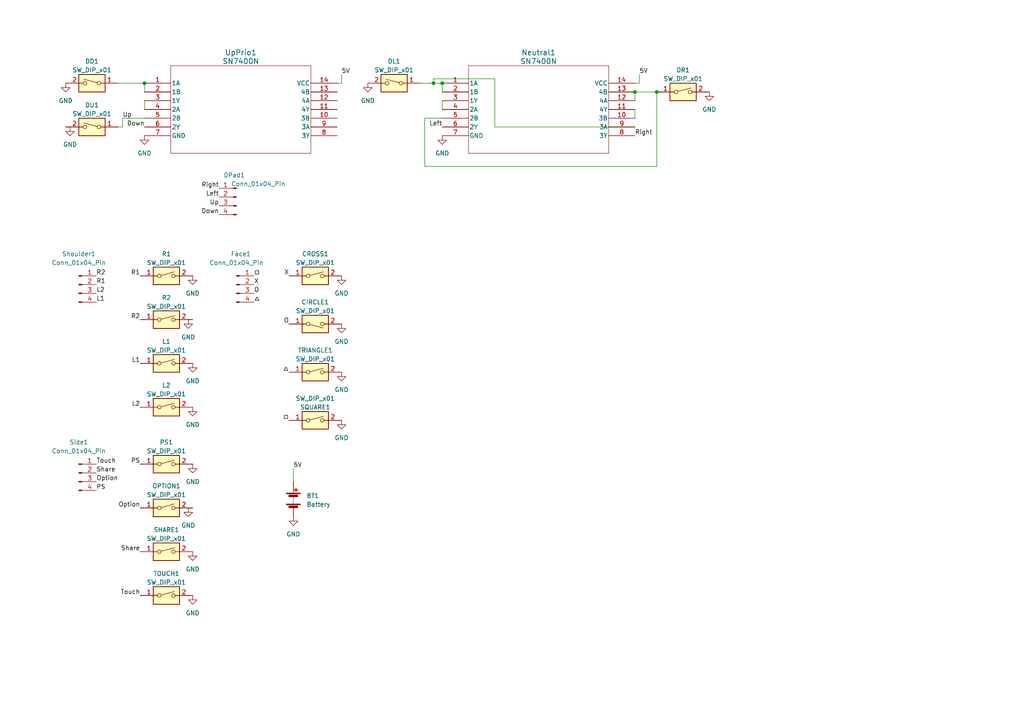
<source format=kicad_sch>
(kicad_sch (version 20230121) (generator eeschema)
  (paper "A4")
  (lib_symbols
    (symbol "2023-06-08_19-18-01:SN7400N" (pin_names (offset 0.254))
      (property "Reference" "U" (at 27.94 10.16 0))
      (property "Value" "SN7400N" (at 27.94 7.62 0))
      (symbol "SN7400N_0_1"
        (polyline (pts (xy 7.62 -20.32) (xy 48.26 -20.32)) (stroke (width 0.127)))
        (polyline (pts (xy 7.62 5.08) (xy 7.62 -20.32)) (stroke (width 0.127)))
        (polyline (pts (xy 48.26 -20.32) (xy 48.26 5.08)) (stroke (width 0.127)))
        (polyline (pts (xy 48.26 5.08) (xy 7.62 5.08)) (stroke (width 0.127)))
        (pin input line (at 0 0 0) (length 7.62) (name "1A") (number "1"))
        (pin input line (at 55.88 -10.16 180) (length 7.62) (name "3B") (number "10"))
        (pin output line (at 55.88 -7.62 180) (length 7.62) (name "4Y") (number "11"))
        (pin input line (at 55.88 -5.08 180) (length 7.62) (name "4A") (number "12"))
        (pin input line (at 55.88 -2.54 180) (length 7.62) (name "4B") (number "13"))
        (pin power_in line (at 55.88 0 180) (length 7.62) (name "VCC") (number "14"))
        (pin input line (at 0 -2.54 0) (length 7.62) (name "1B") (number "2"))
        (pin output line (at 0 -5.08 0) (length 7.62) (name "1Y") (number "3"))
        (pin input line (at 0 -7.62 0) (length 7.62) (name "2A") (number "4"))
        (pin input line (at 0 -10.16 0) (length 7.62) (name "2B") (number "5"))
        (pin output line (at 0 -12.7 0) (length 7.62) (name "2Y") (number "6"))
        (pin power_in line (at 0 -15.24 0) (length 7.62) (name "GND") (number "7"))
        (pin output line (at 55.88 -15.24 180) (length 7.62) (name "3Y") (number "8"))
        (pin input line (at 55.88 -12.7 180) (length 7.62) (name "3A") (number "9"))
      )
    )
    (symbol "Connector:Conn_01x04_Pin" (pin_names (offset 1.016) hide)
      (property "Reference" "J" (at 0 5.08 0))
      (property "Value" "Conn_01x04_Pin" (at 0 -7.62 0))
      (symbol "Conn_01x04_Pin_1_1"
        (polyline (pts (xy 1.27 -5.08) (xy 0.8636 -5.08)) (stroke (width 0.1524)))
        (polyline (pts (xy 1.27 -2.54) (xy 0.8636 -2.54)) (stroke (width 0.1524)))
        (polyline (pts (xy 1.27 0) (xy 0.8636 0)) (stroke (width 0.1524)))
        (polyline (pts (xy 1.27 2.54) (xy 0.8636 2.54)) (stroke (width 0.1524)))
        (rectangle (start 0.8636 -4.953) (end 0 -5.207) (stroke (width 0.1524)) (fill (type outline)))
        (rectangle (start 0.8636 -2.413) (end 0 -2.667) (stroke (width 0.1524)) (fill (type outline)))
        (rectangle (start 0.8636 0.127) (end 0 -0.127) (stroke (width 0.1524)) (fill (type outline)))
        (rectangle (start 0.8636 2.667) (end 0 2.413) (stroke (width 0.1524)) (fill (type outline)))
        (pin passive line (at 5.08 2.54 180) (length 3.81) (name "Pin_1") (number "1"))
        (pin passive line (at 5.08 0 180) (length 3.81) (name "Pin_2") (number "2"))
        (pin passive line (at 5.08 -2.54 180) (length 3.81) (name "Pin_3") (number "3"))
        (pin passive line (at 5.08 -5.08 180) (length 3.81) (name "Pin_4") (number "4"))
      )
    )
    (symbol "Device:Battery" (pin_numbers hide) (pin_names (offset 0) hide)
      (property "Reference" "BT" (at 2.54 2.54 0))
      (property "Value" "Battery" (at 2.54 0 0))
      (symbol "Battery_0_1"
        (rectangle (start -2.032 -1.397) (end 2.032 -1.651) (fill (type outline)))
        (rectangle (start -2.032 1.778) (end 2.032 1.524) (fill (type outline)))
        (rectangle (start -1.3208 -1.9812) (end 1.27 -2.4892) (fill (type outline)))
        (rectangle (start -1.3208 1.1938) (end 1.27 0.6858) (fill (type outline)))
        (polyline (pts (xy 0 -1.524) (xy 0 -1.27)))
        (polyline (pts (xy 0 -1.016) (xy 0 -0.762)))
        (polyline (pts (xy 0 -0.508) (xy 0 -0.254)))
        (polyline (pts (xy 0 0) (xy 0 0.254)))
        (polyline (pts (xy 0 0.508) (xy 0 0.762)))
        (polyline (pts (xy 0 1.778) (xy 0 2.54)))
        (polyline (pts (xy 0.254 2.667) (xy 1.27 2.667)) (stroke (width 0.254)))
        (polyline (pts (xy 0.762 3.175) (xy 0.762 2.159)) (stroke (width 0.254)))
      )
      (symbol "Battery_1_1"
        (pin passive line (at 0 5.08 270) (length 2.54) (name "+") (number "1"))
        (pin passive line (at 0 -5.08 90) (length 2.54) (name "-") (number "2"))
      )
    )
    (symbol "Switch:SW_DIP_x01" (pin_names (offset 0) hide)
      (property "Reference" "SW" (at 0 3.81 0))
      (property "Value" "SW_DIP_x01" (at 0 -3.81 0))
      (symbol "SW_DIP_x01_0_0"
        (circle (center -2.032 0) (radius 0.508))
        (polyline (pts (xy -1.524 0.127) (xy 2.3622 1.1684)))
        (circle (center 2.032 0) (radius 0.508))
      )
      (symbol "SW_DIP_x01_0_1"
        (rectangle (start -3.81 2.54) (end 3.81 -2.54) (stroke (width 0.254)) (fill (type background)))
      )
      (symbol "SW_DIP_x01_1_1"
        (pin passive line (at -7.62 0 0) (length 5.08) (name "~") (number "1"))
        (pin passive line (at 7.62 0 180) (length 5.08) (name "~") (number "2"))
      )
    )
    (symbol "power:GND" (power) (pin_names (offset 0))
      (property "Value" "GND" (at 0 -3.81 0))
      (symbol "GND_0_1"
        (polyline (pts (xy 0 0) (xy 0 -1.27) (xy 1.27 -1.27) (xy 0 -2.54) (xy -1.27 -1.27) (xy 0 -1.27)))
      )
      (symbol "GND_1_1"
        (pin power_in line (at 0 0 270) (length 0) hide (name "GND") (number "1"))
      )
    )
  )
  (junction (at 190.5 26.67))
  (junction (at 125.73 24.13))
  (junction (at 41.91 24.13))
  (junction (at 184.15 26.67))
  (junction (at 128.27 24.13))
  (wire (pts (xy 184.15 26.67) (xy 184.15 29.21)))
  (wire (pts (xy 121.92 24.13) (xy 125.73 24.13)))
  (wire (pts (xy 143.51 22.86) (xy 125.73 22.86)))
  (wire (pts (xy 97.79 24.13) (xy 99.06 24.13)))
  (wire (pts (xy 99.06 24.13) (xy 99.06 21.59)))
  (wire (pts (xy 34.29 36.83) (xy 35.56 36.83)))
  (wire (pts (xy 35.56 34.29) (xy 41.91 34.29)))
  (wire (pts (xy 19.05 36.83) (xy 20.32 36.83)))
  (wire (pts (xy 35.56 34.29) (xy 35.56 36.83)))
  (wire (pts (xy 184.15 31.75) (xy 184.15 34.29)))
  (wire (pts (xy 184.15 36.83) (xy 143.51 36.83)))
  (wire (pts (xy 128.27 24.13) (xy 128.27 26.67)))
  (wire (pts (xy 55.88 147.32) (xy 54.61 147.32)))
  (wire (pts (xy 143.51 36.83) (xy 143.51 22.86)))
  (wire (pts (xy 184.15 24.13) (xy 185.42 24.13)))
  (wire (pts (xy 190.5 26.67) (xy 190.5 48.26)))
  (wire (pts (xy 123.19 34.29) (xy 128.27 34.29)))
  (wire (pts (xy 123.19 48.26) (xy 123.19 34.29)))
  (wire (pts (xy 55.88 92.71) (xy 54.61 92.71)))
  (wire (pts (xy 128.27 29.21) (xy 128.27 31.75)))
  (wire (pts (xy 125.73 22.86) (xy 125.73 24.13)))
  (wire (pts (xy 41.91 29.21) (xy 41.91 31.75)))
  (wire (pts (xy 185.42 24.13) (xy 185.42 21.59)))
  (wire (pts (xy 41.91 24.13) (xy 41.91 26.67)))
  (wire (pts (xy 184.15 26.67) (xy 190.5 26.67)))
  (wire (pts (xy 85.09 135.89) (xy 85.09 139.7)))
  (wire (pts (xy 190.5 48.26) (xy 123.19 48.26)))
  (wire (pts (xy 125.73 24.13) (xy 128.27 24.13)))
  (wire (pts (xy 34.29 24.13) (xy 41.91 24.13)))
  (label "PS" (at 40.64 134.62 180))
  (label "R2" (at 27.94 80.01 0))
  (label "L2" (at 40.64 118.11 180))
  (label "Touch" (at 40.64 172.72 180))
  (label "Left" (at 128.27 36.83 180))
  (label "R2" (at 40.64 92.71 180))
  (label "Down" (at 41.91 36.83 180))
  (label "5V" (at 99.06 21.59 0))
  (label "Up" (at 63.5 59.69 180))
  (label "Up" (at 35.56 34.29 0))
  (label "Touch" (at 27.94 134.62 0))
  (label "R1" (at 27.94 82.55 0))
  (label "Left" (at 63.5 57.15 180))
  (label "X" (at 73.66 82.55 0))
  (label "L1" (at 40.64 105.41 180))
  (label "L2" (at 27.94 85.09 0))
  (label "Down" (at 63.5 62.23 180))
  (label "Share" (at 27.94 137.16 0))
  (label "R1" (at 40.64 80.01 180))
  (label "5V" (at 85.09 135.89 0))
  (label "□" (at 73.66 80.01 0))
  (label "△" (at 83.82 107.95 180))
  (label "Share" (at 40.64 160.02 180))
  (label "□" (at 83.82 121.92 180))
  (label "5V" (at 185.42 21.59 0))
  (label "△" (at 73.66 87.63 0))
  (label "L1" (at 27.94 87.63 0))
  (label "O" (at 83.82 93.98 180))
  (label "X" (at 83.82 80.01 180))
  (label "Option" (at 27.94 139.7 0))
  (label "Right" (at 63.5 54.61 180))
  (label "Option" (at 40.64 147.32 180))
  (label "Right" (at 184.15 39.37 0))
  (label "PS" (at 27.94 142.24 0))
  (label "O" (at 73.66 85.09 0))
  (symbol (lib_id "Connector:Conn_01x04_Pin") (at 68.58 82.55 0) (unit 1)
    (property "Reference" "Face1" (at 69.85 73.66 0))
    (property "Value" "Conn_01x04_Pin" (at 68.58 76.2 0))
    (property "Footprint" "Connector_PinSocket_2.54mm:PinSocket_1x04_P2.54mm_Vertical" (effects hide))
  )
  (symbol (lib_id "Switch:SW_DIP_x01") (at 48.26 147.32 0) (unit 1)
    (property "Reference" "OPTION1" (at 48.26 140.97 0))
    (property "Value" "SW_DIP_x01" (at 48.26 143.51 0))
    (property "Footprint" "Button_Switch_THT:SW_PUSH_6mm" (effects hide))
  )
  (symbol (lib_id "Switch:SW_DIP_x01") (at 48.26 92.71 0) (unit 1)
    (property "Reference" "R2" (at 48.26 86.36 0))
    (property "Value" "SW_DIP_x01" (at 48.26 88.9 0))
    (property "Footprint" "Library footprints:Kailh_socket_MX_optional" (effects hide))
  )
  (symbol (lib_id "power:GND") (at 54.61 147.32 0) (unit 1)
    (property "Reference" "#PWR013" (effects hide))
    (property "Value" "GND" (at 54.61 152.4 0))
  )
  (symbol (lib_id "Switch:SW_DIP_x01") (at 48.26 105.41 0) (unit 1)
    (property "Reference" "L1" (at 48.26 99.06 0))
    (property "Value" "SW_DIP_x01" (at 48.26 101.6 0))
    (property "Footprint" "Library footprints:Kailh_socket_MX_optional" (effects hide))
  )
  (symbol (lib_id "Switch:SW_DIP_x01") (at 26.67 24.13 0) (mirror y) (unit 1)
    (property "Reference" "DD1" (at 26.67 17.78 0))
    (property "Value" "SW_DIP_x01" (at 26.67 20.32 0))
    (property "Footprint" "Library footprints:Kailh_socket_MX_optional" (effects hide))
  )
  (symbol (lib_id "power:GND") (at 55.88 118.11 0) (unit 1)
    (property "Reference" "#PWR011" (effects hide))
    (property "Value" "GND" (at 55.88 123.19 0))
  )
  (symbol (lib_id "power:GND") (at 55.88 172.72 0) (unit 1)
    (property "Reference" "#PWR016" (effects hide))
    (property "Value" "GND" (at 55.88 177.8 0))
  )
  (symbol (lib_id "power:GND") (at 99.06 107.95 0) (unit 1)
    (property "Reference" "#PWR05" (effects hide))
    (property "Value" "GND" (at 99.06 113.03 0))
  )
  (symbol (lib_id "Switch:SW_DIP_x01") (at 91.44 80.01 0) (unit 1)
    (property "Reference" "CROSS1" (at 91.44 73.66 0))
    (property "Value" "SW_DIP_x01" (at 91.44 76.2 0))
    (property "Footprint" "Library footprints:Kailh_socket_MX_optional" (effects hide))
  )
  (symbol (lib_id "power:GND") (at 99.06 121.92 0) (unit 1)
    (property "Reference" "#PWR06" (effects hide))
    (property "Value" "GND" (at 99.06 127 0))
  )
  (symbol (lib_id "Device:Battery") (at 85.09 144.78 0) (unit 1)
    (property "Reference" "BT1" (at 88.9 143.764 0) (effects (justify left)))
    (property "Value" "Battery" (at 88.9 146.304 0) (effects (justify left)))
    (property "Footprint" "Connector_PinSocket_2.54mm:PinSocket_1x02_P2.54mm_Vertical" (effects hide))
  )
  (symbol (lib_id "2023-06-08_19-18-01:SN7400N") (at 128.27 24.13 0) (unit 1)
    (property "Reference" "Neutral1" (at 156.21 15.24 0) (effects (font (size 1.524 1.524))))
    (property "Value" "SN7400N" (at 156.21 17.78 0) (effects (font (size 1.524 1.524))))
    (property "Footprint" "IC:N14" (effects hide))
    (property "Datasheet" "SN7400N" (effects hide))
  )
  (symbol (lib_id "Connector:Conn_01x04_Pin") (at 68.58 57.15 0) (mirror y) (unit 1)
    (property "Reference" "DPad1" (at 67.945 50.8 0))
    (property "Value" "Conn_01x04_Pin" (at 74.93 53.34 0))
    (property "Footprint" "Connector_PinSocket_2.54mm:PinSocket_1x04_P2.54mm_Vertical" (effects hide))
  )
  (symbol (lib_id "power:GND") (at 128.27 39.37 0) (unit 1)
    (property "Reference" "#PWR04" (effects hide))
    (property "Value" "GND" (at 128.27 44.45 0))
  )
  (symbol (lib_id "Switch:SW_DIP_x01") (at 114.3 24.13 0) (mirror y) (unit 1)
    (property "Reference" "DL1" (at 114.3 17.78 0))
    (property "Value" "SW_DIP_x01" (at 114.3 20.32 0))
    (property "Footprint" "Library footprints:Kailh_socket_MX_optional" (effects hide))
  )
  (symbol (lib_id "Switch:SW_DIP_x01") (at 26.67 36.83 0) (mirror y) (unit 1)
    (property "Reference" "DU1" (at 26.67 30.48 0))
    (property "Value" "SW_DIP_x01" (at 26.67 33.02 0))
    (property "Footprint" "Library footprints:Kailh_socket_MX_optional" (effects hide))
  )
  (symbol (lib_id "Switch:SW_DIP_x01") (at 91.44 107.95 0) (unit 1)
    (property "Reference" "TRIANGLE1" (at 91.44 101.6 0))
    (property "Value" "SW_DIP_x01" (at 91.44 104.14 0))
    (property "Footprint" "Library footprints:Kailh_socket_MX_optional" (effects hide))
  )
  (symbol (lib_id "power:GND") (at 55.88 105.41 0) (unit 1)
    (property "Reference" "#PWR02" (effects hide))
    (property "Value" "GND" (at 55.88 110.49 0))
  )
  (symbol (lib_id "power:GND") (at 20.32 36.83 0) (mirror y) (unit 1)
    (property "Reference" "#PWR08" (effects hide))
    (property "Value" "GND" (at 20.32 41.91 0))
  )
  (symbol (lib_id "power:GND") (at 106.68 24.13 0) (mirror y) (unit 1)
    (property "Reference" "#PWR09" (effects hide))
    (property "Value" "GND" (at 106.68 29.21 0))
  )
  (symbol (lib_id "power:GND") (at 85.09 149.86 0) (unit 1)
    (property "Reference" "#PWR019" (effects hide))
    (property "Value" "GND" (at 85.09 154.94 0))
  )
  (symbol (lib_id "Switch:SW_DIP_x01") (at 48.26 134.62 0) (unit 1)
    (property "Reference" "PS1" (at 48.26 128.27 0))
    (property "Value" "SW_DIP_x01" (at 48.26 130.81 0))
    (property "Footprint" "Button_Switch_THT:SW_PUSH_6mm" (effects hide))
  )
  (symbol (lib_id "power:GND") (at 55.88 80.01 0) (unit 1)
    (property "Reference" "#PWR01" (effects hide))
    (property "Value" "GND" (at 55.88 85.09 0))
  )
  (symbol (lib_id "power:GND") (at 19.05 24.13 0) (mirror y) (unit 1)
    (property "Reference" "#PWR07" (effects hide))
    (property "Value" "GND" (at 19.05 29.21 0))
  )
  (symbol (lib_id "power:GND") (at 99.06 93.98 0) (mirror y) (unit 1)
    (property "Reference" "#PWR020" (effects hide))
    (property "Value" "GND" (at 99.06 99.06 0))
  )
  (symbol (lib_id "Connector:Conn_01x04_Pin") (at 22.86 137.16 0) (unit 1)
    (property "Reference" "Side1" (at 22.86 128.27 0))
    (property "Value" "Conn_01x04_Pin" (at 22.86 130.81 0))
    (property "Footprint" "Connector_PinSocket_2.54mm:PinSocket_1x04_P2.54mm_Vertical" (effects hide))
  )
  (symbol (lib_id "power:GND") (at 55.88 134.62 0) (unit 1)
    (property "Reference" "#PWR014" (effects hide))
    (property "Value" "GND" (at 55.88 139.7 0))
  )
  (symbol (lib_id "Switch:SW_DIP_x01") (at 48.26 80.01 0) (unit 1)
    (property "Reference" "R1" (at 48.26 73.66 0))
    (property "Value" "SW_DIP_x01" (at 48.26 76.2 0))
    (property "Footprint" "Library footprints:Kailh_socket_MX_optional" (effects hide))
  )
  (symbol (lib_id "power:GND") (at 205.74 26.67 0) (unit 1)
    (property "Reference" "#PWR010" (effects hide))
    (property "Value" "GND" (at 205.74 31.75 0))
  )
  (symbol (lib_id "2023-06-08_19-18-01:SN7400N") (at 41.91 24.13 0) (unit 1)
    (property "Reference" "UpPrio1" (at 69.85 15.24 0) (effects (font (size 1.524 1.524))))
    (property "Value" "SN7400N" (at 69.85 17.78 0) (effects (font (size 1.524 1.524))))
    (property "Footprint" "IC:N14" (effects hide))
    (property "Datasheet" "SN7400N" (effects hide))
  )
  (symbol (lib_id "Switch:SW_DIP_x01") (at 48.26 160.02 0) (unit 1)
    (property "Reference" "SHARE1" (at 48.26 153.67 0))
    (property "Value" "SW_DIP_x01" (at 48.26 156.21 0))
    (property "Footprint" "Button_Switch_THT:SW_PUSH_6mm" (effects hide))
  )
  (symbol (lib_id "power:GND") (at 41.91 39.37 0) (unit 1)
    (property "Reference" "#PWR017" (effects hide))
    (property "Value" "GND" (at 41.91 44.45 0))
  )
  (symbol (lib_id "Switch:SW_DIP_x01") (at 48.26 118.11 0) (unit 1)
    (property "Reference" "L2" (at 48.26 111.76 0))
    (property "Value" "SW_DIP_x01" (at 48.26 114.3 0))
    (property "Footprint" "Library footprints:Kailh_socket_MX_optional" (effects hide))
  )
  (symbol (lib_id "Connector:Conn_01x04_Pin") (at 22.86 82.55 0) (unit 1)
    (property "Reference" "Shoulder1" (at 22.86 73.66 0))
    (property "Value" "Conn_01x04_Pin" (at 22.86 76.2 0))
    (property "Footprint" "Connector_PinSocket_2.54mm:PinSocket_1x04_P2.54mm_Vertical" (effects hide))
  )
  (symbol (lib_id "Switch:SW_DIP_x01") (at 48.26 172.72 0) (unit 1)
    (property "Reference" "TOUCH1" (at 48.26 166.37 0))
    (property "Value" "SW_DIP_x01" (at 48.26 168.91 0))
    (property "Footprint" "Button_Switch_THT:SW_PUSH_6mm" (effects hide))
  )
  (symbol (lib_id "power:GND") (at 99.06 80.01 0) (unit 1)
    (property "Reference" "#PWR03" (effects hide))
    (property "Value" "GND" (at 99.06 85.09 0))
  )
  (symbol (lib_id "Switch:SW_DIP_x01") (at 91.44 93.98 0) (mirror x) (unit 1)
    (property "Reference" "CIRCLE1" (at 91.44 87.63 0))
    (property "Value" "SW_DIP_x01" (at 91.44 90.17 0))
    (property "Footprint" "Library footprints:Kailh_socket_MX_optional" (effects hide))
  )
  (symbol (lib_id "power:GND") (at 54.61 92.71 0) (unit 1)
    (property "Reference" "#PWR012" (effects hide))
    (property "Value" "GND" (at 54.61 97.79 0))
  )
  (symbol (lib_id "Switch:SW_DIP_x01") (at 198.12 26.67 0) (unit 1)
    (property "Reference" "DR1" (at 198.12 20.32 0))
    (property "Value" "SW_DIP_x01" (at 198.12 22.86 0))
    (property "Footprint" "Library footprints:Kailh_socket_MX_optional" (effects hide))
  )
  (symbol (lib_id "power:GND") (at 55.88 160.02 0) (unit 1)
    (property "Reference" "#PWR015" (effects hide))
    (property "Value" "GND" (at 55.88 165.1 0))
  )
  (symbol (lib_id "Switch:SW_DIP_x01") (at 91.44 121.92 0) (unit 1)
    (property "Reference" "SQUARE1" (at 91.44 118.11 0))
    (property "Value" "SW_DIP_x01" (at 91.44 115.57 0))
    (property "Footprint" "Library footprints:Kailh_socket_MX_optional" (effects hide))
  )
)
</source>
